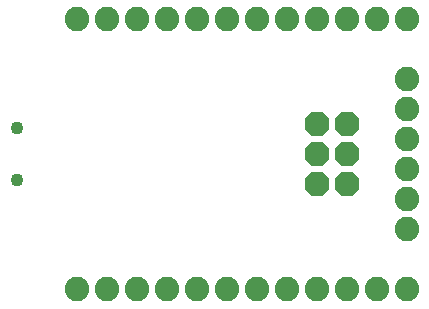
<source format=gbr>
G04 EAGLE Gerber RS-274X export*
G75*
%MOMM*%
%FSLAX34Y34*%
%LPD*%
%INSoldermask Bottom*%
%IPPOS*%
%AMOC8*
5,1,8,0,0,1.08239X$1,22.5*%
G01*
%ADD10C,1.103200*%
%ADD11P,2.254402X8X112.500000*%
%ADD12C,2.082800*%


D10*
X50800Y149000D03*
X50800Y105000D03*
D11*
X330200Y101600D03*
X304800Y101600D03*
X330200Y127000D03*
X304800Y127000D03*
X330200Y152400D03*
X304800Y152400D03*
D12*
X101600Y12700D03*
X127000Y12700D03*
X152400Y12700D03*
X177800Y12700D03*
X203200Y12700D03*
X228600Y12700D03*
X254000Y12700D03*
X279400Y12700D03*
X304800Y12700D03*
X330200Y12700D03*
X355600Y12700D03*
X381000Y12700D03*
X101600Y241300D03*
X127000Y241300D03*
X152400Y241300D03*
X177800Y241300D03*
X203200Y241300D03*
X228600Y241300D03*
X254000Y241300D03*
X279400Y241300D03*
X304800Y241300D03*
X330200Y241300D03*
X355600Y241300D03*
X381000Y241300D03*
X381000Y63500D03*
X381000Y88900D03*
X381000Y114300D03*
X381000Y139700D03*
X381000Y165100D03*
X381000Y190500D03*
M02*

</source>
